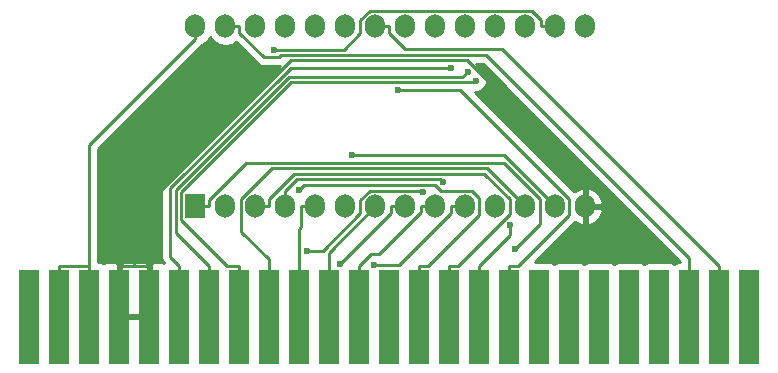
<source format=gbr>
G04 #@! TF.FileFunction,Copper,L2,Bot,Signal*
%FSLAX46Y46*%
G04 Gerber Fmt 4.6, Leading zero omitted, Abs format (unit mm)*
G04 Created by KiCad (PCBNEW 4.0.7) date 02/14/19 03:38:50*
%MOMM*%
%LPD*%
G01*
G04 APERTURE LIST*
%ADD10C,0.100000*%
%ADD11R,1.800000X8.000000*%
%ADD12R,1.700000X2.000000*%
%ADD13O,1.700000X2.000000*%
%ADD14C,0.600000*%
%ADD15C,0.250000*%
%ADD16C,0.254000*%
G04 APERTURE END LIST*
D10*
D11*
X180240840Y-108151440D03*
X177700840Y-108151440D03*
X175160840Y-108151440D03*
X172620840Y-108151440D03*
X170080840Y-108151440D03*
X167540840Y-108151440D03*
X165000840Y-108151440D03*
X162460840Y-108151440D03*
X159920840Y-108151440D03*
X157380840Y-108151440D03*
X154840840Y-108151440D03*
X152300840Y-108151440D03*
X149760840Y-108151440D03*
X147220840Y-108151440D03*
X144680840Y-108151440D03*
X142140840Y-108151440D03*
X139600840Y-108151440D03*
X137060840Y-108151440D03*
X134520840Y-108151440D03*
X131980840Y-108151440D03*
X129440840Y-108151440D03*
X126900840Y-108151440D03*
X124360840Y-108151440D03*
X121820840Y-108151440D03*
X119280840Y-108151440D03*
D12*
X133350000Y-98806000D03*
D13*
X166370000Y-83566000D03*
X135890000Y-98806000D03*
X163830000Y-83566000D03*
X138430000Y-98806000D03*
X161290000Y-83566000D03*
X140970000Y-98806000D03*
X158750000Y-83566000D03*
X143510000Y-98806000D03*
X156210000Y-83566000D03*
X146050000Y-98806000D03*
X153670000Y-83566000D03*
X148590000Y-98806000D03*
X151130000Y-83566000D03*
X151130000Y-98806000D03*
X148590000Y-83566000D03*
X153670000Y-98806000D03*
X146050000Y-83566000D03*
X156210000Y-98806000D03*
X143510000Y-83566000D03*
X158750000Y-98806000D03*
X140970000Y-83566000D03*
X161290000Y-98806000D03*
X138430000Y-83566000D03*
X163830000Y-98806000D03*
X135890000Y-83566000D03*
X166370000Y-98806000D03*
X133350000Y-83566000D03*
D14*
X150504900Y-88928000D03*
X159955100Y-100357700D03*
X154299900Y-96710300D03*
X142149000Y-97391200D03*
X160394500Y-102421900D03*
X148499700Y-103797600D03*
X145631900Y-103643000D03*
X152646000Y-97611900D03*
X142771000Y-102558200D03*
X157116600Y-88186500D03*
X146577600Y-94473700D03*
X156409500Y-87395500D03*
X140028300Y-85532900D03*
X154977400Y-87069000D03*
D15*
X159920800Y-108151400D02*
X159920800Y-103826100D01*
X160692000Y-103826100D02*
X159920800Y-103826100D01*
X165028100Y-99490000D02*
X160692000Y-103826100D01*
X165028100Y-98191800D02*
X165028100Y-99490000D01*
X155764300Y-88928000D02*
X165028100Y-98191800D01*
X150504900Y-88928000D02*
X155764300Y-88928000D01*
X157380800Y-108151400D02*
X157380800Y-103826100D01*
X159955100Y-101251800D02*
X159955100Y-100357700D01*
X157380800Y-103826100D02*
X159955100Y-101251800D01*
X138430000Y-98806000D02*
X139605300Y-98806000D01*
X154840800Y-108151400D02*
X154840800Y-103826100D01*
X155602400Y-103826100D02*
X154840800Y-103826100D01*
X159955500Y-99473000D02*
X155602400Y-103826100D01*
X159955500Y-98198300D02*
X159955500Y-99473000D01*
X157820100Y-96062900D02*
X159955500Y-98198300D01*
X141703300Y-96062900D02*
X157820100Y-96062900D01*
X139605300Y-98160900D02*
X141703300Y-96062900D01*
X139605300Y-98806000D02*
X139605300Y-98160900D01*
X140970000Y-98806000D02*
X140970000Y-97480700D01*
X154102800Y-96513200D02*
X154299900Y-96710300D01*
X141937500Y-96513200D02*
X154102800Y-96513200D01*
X140970000Y-97480700D02*
X141937500Y-96513200D01*
X152300800Y-108151400D02*
X152300800Y-103826100D01*
X153075500Y-103826100D02*
X152300800Y-103826100D01*
X157387800Y-99513800D02*
X153075500Y-103826100D01*
X157387800Y-98106500D02*
X157387800Y-99513800D01*
X156742800Y-97461500D02*
X157387800Y-98106500D01*
X154166800Y-97461500D02*
X156742800Y-97461500D01*
X153668900Y-96963600D02*
X154166800Y-97461500D01*
X142576600Y-96963600D02*
X153668900Y-96963600D01*
X142149000Y-97391200D02*
X142576600Y-96963600D01*
X162492300Y-100324100D02*
X160394500Y-102421900D01*
X162492300Y-98178700D02*
X162492300Y-100324100D01*
X159451500Y-95137900D02*
X162492300Y-98178700D01*
X137679200Y-95137900D02*
X159451500Y-95137900D01*
X134525300Y-98291800D02*
X137679200Y-95137900D01*
X134525300Y-98806000D02*
X134525300Y-98291800D01*
X133350000Y-98806000D02*
X134525300Y-98806000D01*
X153670000Y-98806000D02*
X152494700Y-98806000D01*
X147220800Y-108151400D02*
X147220800Y-103826100D01*
X148222100Y-102824800D02*
X147220800Y-103826100D01*
X148937400Y-102824800D02*
X148222100Y-102824800D01*
X152494700Y-99267500D02*
X148937400Y-102824800D01*
X152494700Y-98806000D02*
X152494700Y-99267500D01*
X156210000Y-98806000D02*
X155034700Y-98806000D01*
X150557300Y-103797600D02*
X148499700Y-103797600D01*
X155034700Y-99320200D02*
X150557300Y-103797600D01*
X155034700Y-98806000D02*
X155034700Y-99320200D01*
X144680800Y-102715200D02*
X144680800Y-108151400D01*
X148590000Y-98806000D02*
X144680800Y-102715200D01*
X151130000Y-98806000D02*
X149954700Y-98806000D01*
X149954700Y-99320200D02*
X145631900Y-103643000D01*
X149954700Y-98806000D02*
X149954700Y-99320200D01*
X143510000Y-98806000D02*
X142334700Y-98806000D01*
X142140800Y-108151400D02*
X142140800Y-103826100D01*
X142140800Y-100750400D02*
X142140800Y-103826100D01*
X142334700Y-100556500D02*
X142140800Y-100750400D01*
X142334700Y-98806000D02*
X142334700Y-100556500D01*
X139600800Y-103293300D02*
X139600800Y-108151400D01*
X137247800Y-100940300D02*
X139600800Y-103293300D01*
X137247800Y-98148000D02*
X137247800Y-100940300D01*
X139807500Y-95588300D02*
X137247800Y-98148000D01*
X158072300Y-95588300D02*
X139807500Y-95588300D01*
X161290000Y-98806000D02*
X158072300Y-95588300D01*
X144157600Y-102558200D02*
X142771000Y-102558200D01*
X147320000Y-99395800D02*
X144157600Y-102558200D01*
X147320000Y-98255200D02*
X147320000Y-99395800D01*
X148108900Y-97466300D02*
X147320000Y-98255200D01*
X152500400Y-97466300D02*
X148108900Y-97466300D01*
X152646000Y-97611900D02*
X152500400Y-97466300D01*
X137060800Y-108151400D02*
X137060800Y-103826100D01*
X157002000Y-88301100D02*
X157116600Y-88186500D01*
X141489800Y-88301100D02*
X157002000Y-88301100D01*
X132174600Y-97616300D02*
X141489800Y-88301100D01*
X132174600Y-99966200D02*
X132174600Y-97616300D01*
X136034500Y-103826100D02*
X132174600Y-99966200D01*
X137060800Y-103826100D02*
X136034500Y-103826100D01*
X159497700Y-94473700D02*
X146577600Y-94473700D01*
X163830000Y-98806000D02*
X159497700Y-94473700D01*
X134520800Y-108151400D02*
X134520800Y-103826100D01*
X155954300Y-87850700D02*
X156409500Y-87395500D01*
X141303300Y-87850700D02*
X155954300Y-87850700D01*
X131724200Y-97429800D02*
X141303300Y-87850700D01*
X131724200Y-101029500D02*
X131724200Y-97429800D01*
X134520800Y-103826100D02*
X131724200Y-101029500D01*
X163830000Y-83566000D02*
X162654700Y-83566000D01*
X145899400Y-85532900D02*
X140028300Y-85532900D01*
X147320000Y-84112300D02*
X145899400Y-85532900D01*
X147320000Y-83009600D02*
X147320000Y-84112300D01*
X148110900Y-82218700D02*
X147320000Y-83009600D01*
X161821600Y-82218700D02*
X148110900Y-82218700D01*
X162654700Y-83051800D02*
X161821600Y-82218700D01*
X162654700Y-83566000D02*
X162654700Y-83051800D01*
X131241300Y-103086600D02*
X131980800Y-103826100D01*
X131241300Y-97275800D02*
X131241300Y-103086600D01*
X141448100Y-87069000D02*
X131241300Y-97275800D01*
X154977400Y-87069000D02*
X141448100Y-87069000D01*
X131980800Y-108151400D02*
X131980800Y-103826100D01*
X126900800Y-103826100D02*
X129440800Y-103826100D01*
X126900800Y-108151400D02*
X126900800Y-103826100D01*
X129440800Y-108151400D02*
X129440800Y-103826100D01*
X129440800Y-98439400D02*
X129440800Y-103826100D01*
X141436500Y-86443700D02*
X129440800Y-98439400D01*
X156349200Y-86443700D02*
X141436500Y-86443700D01*
X166370000Y-96464500D02*
X156349200Y-86443700D01*
X166370000Y-98806000D02*
X166370000Y-96464500D01*
X124360800Y-93599000D02*
X124383800Y-93599000D01*
X133350000Y-84632800D02*
X133350000Y-83566000D01*
X124383800Y-93599000D02*
X133350000Y-84632800D01*
X121820800Y-103826100D02*
X124360800Y-103826100D01*
X121820800Y-108151400D02*
X121820800Y-103826100D01*
X124360800Y-108151400D02*
X124360800Y-103826100D01*
X124360800Y-93599000D02*
X124360800Y-103826100D01*
X177701000Y-108151000D02*
X177701000Y-105988500D01*
X177700800Y-105988700D02*
X177700800Y-108151400D01*
X177701000Y-105988500D02*
X177700800Y-105988700D01*
X177701000Y-105988500D02*
X177701000Y-103826000D01*
X149765300Y-84080200D02*
X149765300Y-83566000D01*
X151114700Y-85429600D02*
X149765300Y-84080200D01*
X159304600Y-85429600D02*
X151114700Y-85429600D01*
X177701000Y-103826000D02*
X159304600Y-85429600D01*
X148590000Y-83566000D02*
X149765300Y-83566000D01*
X135890000Y-83566000D02*
X137065300Y-83566000D01*
X175161000Y-103164600D02*
X175161000Y-105657800D01*
X175161000Y-105657800D02*
X175161000Y-108151000D01*
X175160800Y-105658000D02*
X175160800Y-108151400D01*
X175161000Y-105657800D02*
X175160800Y-105658000D01*
X137065300Y-84080200D02*
X137065300Y-83566000D01*
X139160600Y-86175500D02*
X137065300Y-84080200D01*
X140455100Y-86175500D02*
X139160600Y-86175500D01*
X140637200Y-85993400D02*
X140455100Y-86175500D01*
X157989800Y-85993400D02*
X140637200Y-85993400D01*
X175161000Y-103164600D02*
X157989800Y-85993400D01*
D16*
G36*
X134839946Y-84798086D02*
X135321715Y-85119993D01*
X135890000Y-85233032D01*
X136458285Y-85119993D01*
X136801178Y-84890880D01*
X138623199Y-86712901D01*
X138869761Y-86877648D01*
X139160600Y-86935500D01*
X140455100Y-86935500D01*
X140519635Y-86922663D01*
X130703899Y-96738399D01*
X130539152Y-96984961D01*
X130481300Y-97275800D01*
X130481300Y-103086600D01*
X130539152Y-103377439D01*
X130695126Y-103610871D01*
X130467149Y-103516440D01*
X129726590Y-103516440D01*
X129567840Y-103675190D01*
X129567840Y-108024440D01*
X129587840Y-108024440D01*
X129587840Y-108278440D01*
X129567840Y-108278440D01*
X129567840Y-108298440D01*
X129313840Y-108298440D01*
X129313840Y-108278440D01*
X127027840Y-108278440D01*
X127027840Y-108298440D01*
X126773840Y-108298440D01*
X126773840Y-108278440D01*
X126753840Y-108278440D01*
X126753840Y-108024440D01*
X126773840Y-108024440D01*
X126773840Y-103675190D01*
X127027840Y-103675190D01*
X127027840Y-108024440D01*
X129313840Y-108024440D01*
X129313840Y-103675190D01*
X129155090Y-103516440D01*
X128414531Y-103516440D01*
X128181142Y-103613113D01*
X128170840Y-103623415D01*
X128160538Y-103613113D01*
X127927149Y-103516440D01*
X127186590Y-103516440D01*
X127027840Y-103675190D01*
X126773840Y-103675190D01*
X126615090Y-103516440D01*
X125874531Y-103516440D01*
X125641142Y-103613113D01*
X125623536Y-103630719D01*
X125512730Y-103555009D01*
X125260840Y-103504000D01*
X125120800Y-103504000D01*
X125120800Y-93936802D01*
X133887401Y-85170201D01*
X133923097Y-85116778D01*
X134400054Y-84798086D01*
X134620000Y-84468913D01*
X134839946Y-84798086D01*
X134839946Y-84798086D01*
G37*
X134839946Y-84798086D02*
X135321715Y-85119993D01*
X135890000Y-85233032D01*
X136458285Y-85119993D01*
X136801178Y-84890880D01*
X138623199Y-86712901D01*
X138869761Y-86877648D01*
X139160600Y-86935500D01*
X140455100Y-86935500D01*
X140519635Y-86922663D01*
X130703899Y-96738399D01*
X130539152Y-96984961D01*
X130481300Y-97275800D01*
X130481300Y-103086600D01*
X130539152Y-103377439D01*
X130695126Y-103610871D01*
X130467149Y-103516440D01*
X129726590Y-103516440D01*
X129567840Y-103675190D01*
X129567840Y-108024440D01*
X129587840Y-108024440D01*
X129587840Y-108278440D01*
X129567840Y-108278440D01*
X129567840Y-108298440D01*
X129313840Y-108298440D01*
X129313840Y-108278440D01*
X127027840Y-108278440D01*
X127027840Y-108298440D01*
X126773840Y-108298440D01*
X126773840Y-108278440D01*
X126753840Y-108278440D01*
X126753840Y-108024440D01*
X126773840Y-108024440D01*
X126773840Y-103675190D01*
X127027840Y-103675190D01*
X127027840Y-108024440D01*
X129313840Y-108024440D01*
X129313840Y-103675190D01*
X129155090Y-103516440D01*
X128414531Y-103516440D01*
X128181142Y-103613113D01*
X128170840Y-103623415D01*
X128160538Y-103613113D01*
X127927149Y-103516440D01*
X127186590Y-103516440D01*
X127027840Y-103675190D01*
X126773840Y-103675190D01*
X126615090Y-103516440D01*
X125874531Y-103516440D01*
X125641142Y-103613113D01*
X125623536Y-103630719D01*
X125512730Y-103555009D01*
X125260840Y-103504000D01*
X125120800Y-103504000D01*
X125120800Y-93936802D01*
X133887401Y-85170201D01*
X133923097Y-85116778D01*
X134400054Y-84798086D01*
X134620000Y-84468913D01*
X134839946Y-84798086D01*
G36*
X174401000Y-103479402D02*
X174401000Y-103504000D01*
X174260840Y-103504000D01*
X174025523Y-103548278D01*
X173890263Y-103635316D01*
X173772730Y-103555009D01*
X173520840Y-103504000D01*
X171720840Y-103504000D01*
X171485523Y-103548278D01*
X171350263Y-103635316D01*
X171232730Y-103555009D01*
X170980840Y-103504000D01*
X169180840Y-103504000D01*
X168945523Y-103548278D01*
X168810263Y-103635316D01*
X168692730Y-103555009D01*
X168440840Y-103504000D01*
X166640840Y-103504000D01*
X166405523Y-103548278D01*
X166270263Y-103635316D01*
X166152730Y-103555009D01*
X165900840Y-103504000D01*
X164100840Y-103504000D01*
X163865523Y-103548278D01*
X163730263Y-103635316D01*
X163612730Y-103555009D01*
X163360840Y-103504000D01*
X162088902Y-103504000D01*
X165463911Y-100128991D01*
X165477955Y-100144664D01*
X166000740Y-100395553D01*
X166013110Y-100397476D01*
X166243000Y-100276155D01*
X166243000Y-98933000D01*
X166497000Y-98933000D01*
X166497000Y-100276155D01*
X166726890Y-100397476D01*
X166739260Y-100395553D01*
X167262045Y-100144664D01*
X167649024Y-99712812D01*
X167841284Y-99165742D01*
X167697231Y-98933000D01*
X166497000Y-98933000D01*
X166243000Y-98933000D01*
X166223000Y-98933000D01*
X166223000Y-98679000D01*
X166243000Y-98679000D01*
X166243000Y-97335845D01*
X166497000Y-97335845D01*
X166497000Y-98679000D01*
X167697231Y-98679000D01*
X167841284Y-98446258D01*
X167649024Y-97899188D01*
X167262045Y-97467336D01*
X166739260Y-97216447D01*
X166726890Y-97214524D01*
X166497000Y-97335845D01*
X166243000Y-97335845D01*
X166013110Y-97214524D01*
X166000740Y-97216447D01*
X165477955Y-97467336D01*
X165430923Y-97519821D01*
X157032529Y-89121427D01*
X157301767Y-89121662D01*
X157645543Y-88979617D01*
X157908792Y-88716827D01*
X158051438Y-88373299D01*
X158051762Y-88001333D01*
X157909717Y-87657557D01*
X157646927Y-87394308D01*
X157344611Y-87268775D01*
X157344662Y-87210333D01*
X157202617Y-86866557D01*
X157089657Y-86753400D01*
X157674998Y-86753400D01*
X174401000Y-103479402D01*
X174401000Y-103479402D01*
G37*
X174401000Y-103479402D02*
X174401000Y-103504000D01*
X174260840Y-103504000D01*
X174025523Y-103548278D01*
X173890263Y-103635316D01*
X173772730Y-103555009D01*
X173520840Y-103504000D01*
X171720840Y-103504000D01*
X171485523Y-103548278D01*
X171350263Y-103635316D01*
X171232730Y-103555009D01*
X170980840Y-103504000D01*
X169180840Y-103504000D01*
X168945523Y-103548278D01*
X168810263Y-103635316D01*
X168692730Y-103555009D01*
X168440840Y-103504000D01*
X166640840Y-103504000D01*
X166405523Y-103548278D01*
X166270263Y-103635316D01*
X166152730Y-103555009D01*
X165900840Y-103504000D01*
X164100840Y-103504000D01*
X163865523Y-103548278D01*
X163730263Y-103635316D01*
X163612730Y-103555009D01*
X163360840Y-103504000D01*
X162088902Y-103504000D01*
X165463911Y-100128991D01*
X165477955Y-100144664D01*
X166000740Y-100395553D01*
X166013110Y-100397476D01*
X166243000Y-100276155D01*
X166243000Y-98933000D01*
X166497000Y-98933000D01*
X166497000Y-100276155D01*
X166726890Y-100397476D01*
X166739260Y-100395553D01*
X167262045Y-100144664D01*
X167649024Y-99712812D01*
X167841284Y-99165742D01*
X167697231Y-98933000D01*
X166497000Y-98933000D01*
X166243000Y-98933000D01*
X166223000Y-98933000D01*
X166223000Y-98679000D01*
X166243000Y-98679000D01*
X166243000Y-97335845D01*
X166497000Y-97335845D01*
X166497000Y-98679000D01*
X167697231Y-98679000D01*
X167841284Y-98446258D01*
X167649024Y-97899188D01*
X167262045Y-97467336D01*
X166739260Y-97216447D01*
X166726890Y-97214524D01*
X166497000Y-97335845D01*
X166243000Y-97335845D01*
X166013110Y-97214524D01*
X166000740Y-97216447D01*
X165477955Y-97467336D01*
X165430923Y-97519821D01*
X157032529Y-89121427D01*
X157301767Y-89121662D01*
X157645543Y-88979617D01*
X157908792Y-88716827D01*
X158051438Y-88373299D01*
X158051762Y-88001333D01*
X157909717Y-87657557D01*
X157646927Y-87394308D01*
X157344611Y-87268775D01*
X157344662Y-87210333D01*
X157202617Y-86866557D01*
X157089657Y-86753400D01*
X157674998Y-86753400D01*
X174401000Y-103479402D01*
M02*

</source>
